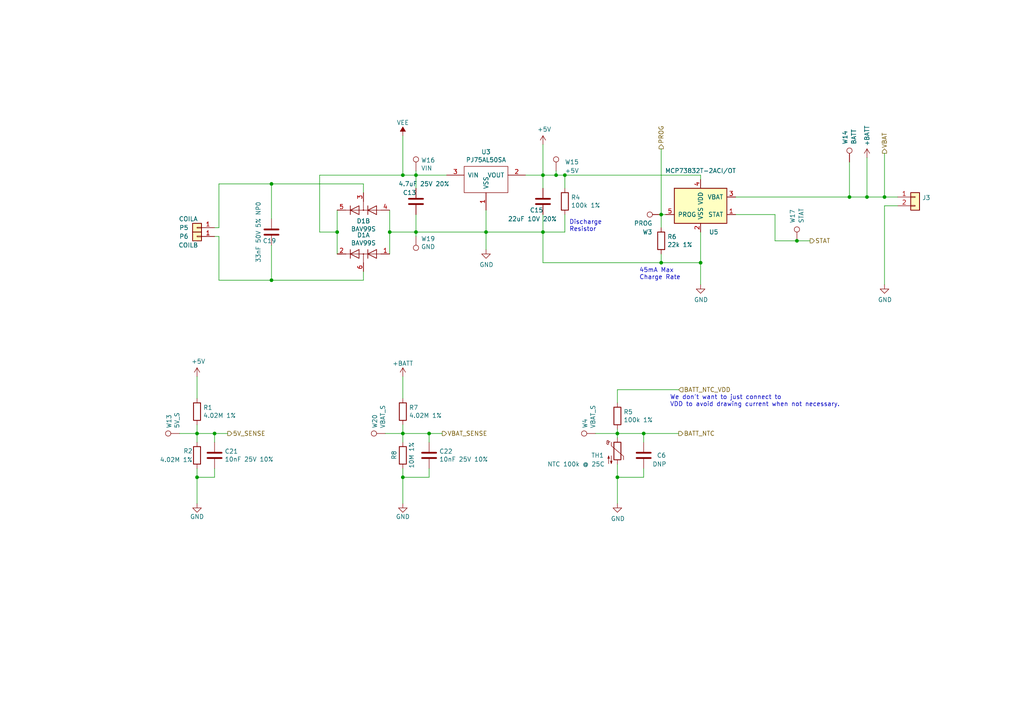
<source format=kicad_sch>
(kicad_sch (version 20211123) (generator eeschema)
  (paper "A4")
  (lib_symbols
    (symbol "Connector_Generic:Conn_01x01" (pin_names (offset 1.016) hide)
      (property "Reference" "J" (at 0 2.54 0))
      (property "Value" "Conn_01x01" (at 0 -2.54 0))
      (symbol "Conn_01x01_1_1"
        (rectangle (start -1.27 0.127) (end 0 -0.127) (stroke (width 0.1524)))
        (rectangle (start -1.27 1.27) (end 1.27 -1.27) (stroke (width 0.254)) (fill (type background)))
        (pin passive line (at -5.08 0 0) (length 3.81) (name "Pin_1") (number "1"))
      )
    )
    (symbol "Connector_Generic:Conn_01x02" (pin_names (offset 1.016) hide)
      (property "Reference" "J" (at 0 2.54 0))
      (property "Value" "Conn_01x02" (at 0 -5.08 0))
      (symbol "Conn_01x02_1_1"
        (rectangle (start -1.27 -2.413) (end 0 -2.667) (stroke (width 0.1524)))
        (rectangle (start -1.27 0.127) (end 0 -0.127) (stroke (width 0.1524)))
        (rectangle (start -1.27 1.27) (end 1.27 -3.81) (stroke (width 0.254)) (fill (type background)))
        (pin passive line (at -5.08 0 0) (length 3.81) (name "Pin_1") (number "1"))
        (pin passive line (at -5.08 -2.54 0) (length 3.81) (name "Pin_2") (number "2"))
      )
    )
    (symbol "Device:C" (pin_numbers hide) (pin_names (offset 0.254))
      (property "Reference" "C" (at 0.635 2.54 0))
      (property "Value" "C" (at 0.635 -2.54 0))
      (symbol "C_0_1"
        (polyline (pts (xy -2.032 -0.762) (xy 2.032 -0.762)) (stroke (width 0.508)))
        (polyline (pts (xy -2.032 0.762) (xy 2.032 0.762)) (stroke (width 0.508)))
      )
      (symbol "C_1_1"
        (pin passive line (at 0 3.81 270) (length 2.794) (name "~") (number "1"))
        (pin passive line (at 0 -3.81 90) (length 2.794) (name "~") (number "2"))
      )
    )
    (symbol "Device:R" (pin_numbers hide) (pin_names (offset 0))
      (property "Reference" "R" (at 2.032 0 90))
      (property "Value" "R" (at 0 0 90))
      (symbol "R_0_1"
        (rectangle (start -1.016 -2.54) (end 1.016 2.54) (stroke (width 0.254)))
      )
      (symbol "R_1_1"
        (pin passive line (at 0 3.81 270) (length 1.27) (name "~") (number "1"))
        (pin passive line (at 0 -3.81 90) (length 1.27) (name "~") (number "2"))
      )
    )
    (symbol "Device:Thermistor_NTC" (pin_numbers hide) (pin_names (offset 0))
      (property "Reference" "TH" (at -4.445 0 90))
      (property "Value" "Thermistor_NTC" (at 3.175 0 90))
      (symbol "Thermistor_NTC_0_1"
        (arc (start -3.048 2.159) (mid -3.0495 2.3143) (end -3.175 2.413))
        (arc (start -3.048 2.159) (mid -2.9736 1.9794) (end -2.794 1.905))
        (arc (start -3.048 2.794) (mid -2.9736 2.6144) (end -2.794 2.54))
        (arc (start -2.794 1.905) (mid -2.6144 1.9794) (end -2.54 2.159))
        (arc (start -2.794 2.54) (mid -2.4393 2.5587) (end -2.159 2.794))
        (arc (start -2.794 3.048) (mid -2.9736 2.9736) (end -3.048 2.794))
        (arc (start -2.54 2.794) (mid -2.6144 2.9736) (end -2.794 3.048))
        (rectangle (start -1.016 2.54) (end 1.016 -2.54) (stroke (width 0.254)))
        (polyline (pts (xy -2.54 2.159) (xy -2.54 2.794)))
        (polyline (pts (xy -1.778 2.54) (xy -1.778 1.524) (xy 1.778 -1.524) (xy 1.778 -2.54)))
        (polyline (pts (xy -2.54 -3.683) (xy -2.54 -1.397) (xy -2.794 -2.159) (xy -2.286 -2.159) (xy -2.54 -1.397) (xy -2.54 -1.651)) (fill (type outline)))
        (polyline (pts (xy -1.778 -1.397) (xy -1.778 -3.683) (xy -2.032 -2.921) (xy -1.524 -2.921) (xy -1.778 -3.683) (xy -1.778 -3.429)) (fill (type outline)))
      )
      (symbol "Thermistor_NTC_1_1"
        (pin passive line (at 0 3.81 270) (length 1.27) (name "~") (number "1"))
        (pin passive line (at 0 -3.81 90) (length 1.27) (name "~") (number "2"))
      )
    )
    (symbol "Pixels-dice:BAV99S-diode" (pin_names (offset 0.0254) hide)
      (property "Reference" "D" (at 0 2.54 0))
      (property "Value" "BAV99S-diode" (at 0 5.08 0))
      (symbol "BAV99S-diode_0_1"
        (polyline (pts (xy -5.08 0) (xy 5.08 0)))
        (polyline (pts (xy 0 0) (xy 0 -2.54)))
        (polyline (pts (xy -1.27 -1.27) (xy -1.27 1.27) (xy -1.27 1.27)) (stroke (width 0.2032)))
        (polyline (pts (xy 3.81 1.27) (xy 3.81 -1.27) (xy 3.81 -1.27)) (stroke (width 0.2032)))
        (polyline (pts (xy -3.81 1.27) (xy -1.27 0) (xy -3.81 -1.27) (xy -3.81 1.27) (xy -3.81 1.27) (xy -3.81 1.27)) (stroke (width 0.2032)))
        (polyline (pts (xy 1.27 1.27) (xy 3.81 0) (xy 1.27 -1.27) (xy 1.27 1.27) (xy 1.27 1.27) (xy 1.27 1.27)) (stroke (width 0.2032)))
        (circle (center 0 0) (radius 0.127))
      )
      (symbol "BAV99S-diode_1_1"
        (polyline (pts (xy 6.35 0) (xy 7.62 0)))
        (pin passive line (at -7.62 0 0) (length 2.54) (name "A1") (number "1"))
        (pin passive line (at 7.62 0 180) (length 2.54) (name "K2") (number "2"))
        (pin passive line (at 0 -5.08 90) (length 2.54) (name "K3A4") (number "6"))
      )
      (symbol "BAV99S-diode_2_1"
        (polyline (pts (xy 6.35 0) (xy 7.62 0)))
        (pin passive line (at 0 -5.08 90) (length 2.54) (name "K1A2") (number "3"))
        (pin passive line (at -7.62 0 0) (length 2.54) (name "A3") (number "4"))
        (pin passive line (at 7.62 0 180) (length 2.54) (name "K4") (number "5"))
      )
    )
    (symbol "Pixels-dice:HX6306P502MR" (pin_names (offset 1.016))
      (property "Reference" "U" (at 3.81 -6.35 0))
      (property "Value" "HX6306P502MR" (at 0 3.81 0))
      (symbol "HX6306P502MR_0_1"
        (rectangle (start -6.35 2.54) (end 6.35 -5.08))
      )
      (symbol "HX6306P502MR_1_1"
        (pin power_in line (at 0 -10.16 90) (length 5.08) (name "VSS") (number "1"))
        (pin power_out line (at 11.43 0 180) (length 5.08) (name "VOUT") (number "2"))
        (pin power_in line (at -11.43 0 0) (length 5.08) (name "VIN") (number "3"))
      )
    )
    (symbol "Pixels-dice:MCP73831-2-OT-battery_management" (pin_names (offset 1.016))
      (property "Reference" "U" (at -7.62 6.35 0))
      (property "Value" "MCP73831-2-OT-battery_management" (at 1.27 6.35 0))
      (symbol "MCP73831-2-OT-battery_management_0_1"
        (rectangle (start -7.62 5.08) (end 7.62 -5.08) (stroke (width 0.254)) (fill (type background)))
      )
      (symbol "MCP73831-2-OT-battery_management_1_1"
        (pin output line (at 10.16 -2.54 180) (length 2.54) (name "STAT") (number "1"))
        (pin power_in line (at 0 -7.62 90) (length 2.54) (name "VSS") (number "2"))
        (pin power_out line (at 10.16 2.54 180) (length 2.54) (name "VBAT") (number "3"))
        (pin power_in line (at 0 7.62 270) (length 2.54) (name "VDD") (number "4"))
        (pin input line (at -10.16 -2.54 0) (length 2.54) (name "PROG") (number "5"))
      )
    )
    (symbol "Pixels-dice:TEST_1P-conn" (pin_numbers hide) (pin_names (offset 0.762) hide)
      (property "Reference" "W" (at 0 6.858 0))
      (property "Value" "TEST_1P-conn" (at 0 5.08 0))
      (symbol "TEST_1P-conn_0_1"
        (circle (center 0 3.302) (radius 0.762))
      )
      (symbol "TEST_1P-conn_1_1"
        (pin passive line (at 0 0 90) (length 2.54) (name "1") (number "1"))
      )
    )
    (symbol "power:+5V" (power) (pin_names (offset 0))
      (property "Value" "+5V" (at 0 3.556 0))
      (symbol "+5V_0_1"
        (polyline (pts (xy -0.762 1.27) (xy 0 2.54)))
        (polyline (pts (xy 0 0) (xy 0 2.54)))
        (polyline (pts (xy 0 2.54) (xy 0.762 1.27)))
      )
      (symbol "+5V_1_1"
        (pin power_in line (at 0 0 90) (length 0) hide (name "+5V") (number "1"))
      )
    )
    (symbol "power:+BATT" (power) (pin_names (offset 0))
      (property "Value" "+BATT" (at 0 3.556 0))
      (symbol "+BATT_0_1"
        (polyline (pts (xy -0.762 1.27) (xy 0 2.54)))
        (polyline (pts (xy 0 0) (xy 0 2.54)))
        (polyline (pts (xy 0 2.54) (xy 0.762 1.27)))
      )
      (symbol "+BATT_1_1"
        (pin power_in line (at 0 0 90) (length 0) hide (name "+BATT") (number "1"))
      )
    )
    (symbol "power:GND" (power) (pin_names (offset 0))
      (property "Value" "GND" (at 0 -3.81 0))
      (symbol "GND_0_1"
        (polyline (pts (xy 0 0) (xy 0 -1.27) (xy 1.27 -1.27) (xy 0 -2.54) (xy -1.27 -1.27) (xy 0 -1.27)))
      )
      (symbol "GND_1_1"
        (pin power_in line (at 0 0 270) (length 0) hide (name "GND") (number "1"))
      )
    )
    (symbol "power:VEE" (power) (pin_names (offset 0))
      (property "Value" "VEE" (at 0 3.81 0))
      (symbol "VEE_0_1"
        (polyline (pts (xy 0 0) (xy 0 2.54)))
        (polyline (pts (xy 0.762 1.27) (xy -0.762 1.27) (xy 0 2.54) (xy 0.762 1.27)) (fill (type outline)))
      )
      (symbol "VEE_1_1"
        (pin power_in line (at 0 0 90) (length 0) hide (name "VEE") (number "1"))
      )
    )
  )
  (junction (at 97.79 67.31))
  (junction (at 256.54 57.15))
  (junction (at 57.15 125.73))
  (junction (at 191.77 76.2))
  (junction (at 57.15 138.43))
  (junction (at 203.2 76.2))
  (junction (at 191.77 62.23))
  (junction (at 157.48 67.31))
  (junction (at 251.46 57.15))
  (junction (at 140.97 67.31))
  (junction (at 120.65 67.31))
  (junction (at 78.74 53.34))
  (junction (at 120.65 50.8))
  (junction (at 179.07 125.73))
  (junction (at 186.69 125.73))
  (junction (at 116.84 138.43))
  (junction (at 62.23 125.73))
  (junction (at 246.38 57.15))
  (junction (at 157.48 50.8))
  (junction (at 78.74 81.28))
  (junction (at 161.29 50.8))
  (junction (at 116.84 125.73))
  (junction (at 113.03 67.31))
  (junction (at 163.83 50.8))
  (junction (at 231.14 69.85))
  (junction (at 116.84 50.8))
  (junction (at 179.07 138.43))
  (junction (at 124.46 125.73))
  (wire (pts (xy 157.48 76.2) (xy 191.77 76.2)))
  (wire (pts (xy 78.74 81.28) (xy 63.5 81.28)))
  (wire (pts (xy 246.38 57.15) (xy 251.46 57.15)))
  (wire (pts (xy 124.46 138.43) (xy 116.84 138.43)))
  (wire (pts (xy 57.15 135.89) (xy 57.15 138.43)))
  (wire (pts (xy 157.48 67.31) (xy 157.48 76.2)))
  (wire (pts (xy 161.29 49.53) (xy 161.29 50.8)))
  (wire (pts (xy 213.36 57.15) (xy 246.38 57.15)))
  (wire (pts (xy 52.07 125.73) (xy 57.15 125.73)))
  (wire (pts (xy 224.79 69.85) (xy 231.14 69.85)))
  (wire (pts (xy 57.15 115.57) (xy 57.15 109.22)))
  (wire (pts (xy 78.74 53.34) (xy 63.5 53.34)))
  (wire (pts (xy 256.54 44.45) (xy 256.54 57.15)))
  (wire (pts (xy 157.48 41.91) (xy 157.48 50.8)))
  (wire (pts (xy 256.54 57.15) (xy 251.46 57.15)))
  (wire (pts (xy 63.5 81.28) (xy 63.5 68.58)))
  (wire (pts (xy 97.79 60.96) (xy 97.79 67.31)))
  (wire (pts (xy 124.46 125.73) (xy 128.27 125.73)))
  (wire (pts (xy 157.48 67.31) (xy 157.48 62.23)))
  (wire (pts (xy 163.83 67.31) (xy 157.48 67.31)))
  (wire (pts (xy 213.36 62.23) (xy 224.79 62.23)))
  (wire (pts (xy 246.38 46.99) (xy 246.38 57.15)))
  (wire (pts (xy 191.77 73.66) (xy 191.77 76.2)))
  (wire (pts (xy 57.15 123.19) (xy 57.15 125.73)))
  (wire (pts (xy 63.5 66.04) (xy 62.23 66.04)))
  (wire (pts (xy 186.69 125.73) (xy 186.69 128.27)))
  (wire (pts (xy 163.83 62.23) (xy 163.83 67.31)))
  (wire (pts (xy 57.15 138.43) (xy 57.15 146.05)))
  (wire (pts (xy 57.15 128.27) (xy 57.15 125.73)))
  (wire (pts (xy 186.69 125.73) (xy 196.85 125.73)))
  (wire (pts (xy 63.5 53.34) (xy 63.5 66.04)))
  (wire (pts (xy 97.79 67.31) (xy 97.79 73.66)))
  (wire (pts (xy 161.29 50.8) (xy 163.83 50.8)))
  (wire (pts (xy 113.03 60.96) (xy 113.03 67.31)))
  (wire (pts (xy 140.97 67.31) (xy 157.48 67.31)))
  (wire (pts (xy 113.03 67.31) (xy 113.03 73.66)))
  (wire (pts (xy 120.65 49.53) (xy 120.65 50.8)))
  (wire (pts (xy 124.46 135.89) (xy 124.46 138.43)))
  (wire (pts (xy 62.23 135.89) (xy 62.23 138.43)))
  (wire (pts (xy 57.15 125.73) (xy 62.23 125.73)))
  (wire (pts (xy 256.54 59.69) (xy 256.54 82.55)))
  (wire (pts (xy 163.83 50.8) (xy 203.2 50.8)))
  (wire (pts (xy 191.77 43.18) (xy 191.77 62.23)))
  (wire (pts (xy 179.07 125.73) (xy 179.07 127)))
  (wire (pts (xy 105.41 78.74) (xy 105.41 81.28)))
  (wire (pts (xy 186.69 138.43) (xy 179.07 138.43)))
  (wire (pts (xy 120.65 50.8) (xy 129.54 50.8)))
  (wire (pts (xy 120.65 50.8) (xy 120.65 54.61)))
  (wire (pts (xy 179.07 124.46) (xy 179.07 125.73)))
  (wire (pts (xy 111.76 125.73) (xy 116.84 125.73)))
  (wire (pts (xy 140.97 67.31) (xy 140.97 72.39)))
  (wire (pts (xy 179.07 125.73) (xy 186.69 125.73)))
  (wire (pts (xy 179.07 113.03) (xy 196.85 113.03)))
  (wire (pts (xy 116.84 125.73) (xy 116.84 128.27)))
  (wire (pts (xy 116.84 109.22) (xy 116.84 115.57)))
  (wire (pts (xy 116.84 135.89) (xy 116.84 138.43)))
  (wire (pts (xy 251.46 45.72) (xy 251.46 57.15)))
  (wire (pts (xy 62.23 125.73) (xy 66.04 125.73)))
  (wire (pts (xy 78.74 71.12) (xy 78.74 81.28)))
  (wire (pts (xy 120.65 67.31) (xy 113.03 67.31)))
  (wire (pts (xy 203.2 52.07) (xy 203.2 50.8)))
  (wire (pts (xy 224.79 62.23) (xy 224.79 69.85)))
  (wire (pts (xy 62.23 128.27) (xy 62.23 125.73)))
  (wire (pts (xy 203.2 67.31) (xy 203.2 76.2)))
  (wire (pts (xy 152.4 50.8) (xy 157.48 50.8)))
  (wire (pts (xy 231.14 69.85) (xy 234.95 69.85)))
  (wire (pts (xy 157.48 50.8) (xy 157.48 54.61)))
  (wire (pts (xy 186.69 135.89) (xy 186.69 138.43)))
  (wire (pts (xy 92.71 50.8) (xy 116.84 50.8)))
  (wire (pts (xy 140.97 60.96) (xy 140.97 67.31)))
  (wire (pts (xy 63.5 68.58) (xy 62.23 68.58)))
  (wire (pts (xy 78.74 53.34) (xy 105.41 53.34)))
  (wire (pts (xy 97.79 67.31) (xy 92.71 67.31)))
  (wire (pts (xy 124.46 125.73) (xy 124.46 128.27)))
  (wire (pts (xy 62.23 138.43) (xy 57.15 138.43)))
  (wire (pts (xy 179.07 138.43) (xy 179.07 146.05)))
  (wire (pts (xy 260.35 59.69) (xy 256.54 59.69)))
  (wire (pts (xy 193.04 62.23) (xy 191.77 62.23)))
  (wire (pts (xy 120.65 68.58) (xy 120.65 67.31)))
  (wire (pts (xy 116.84 123.19) (xy 116.84 125.73)))
  (wire (pts (xy 191.77 76.2) (xy 203.2 76.2)))
  (wire (pts (xy 116.84 125.73) (xy 124.46 125.73)))
  (wire (pts (xy 179.07 116.84) (xy 179.07 113.03)))
  (wire (pts (xy 157.48 50.8) (xy 161.29 50.8)))
  (wire (pts (xy 92.71 67.31) (xy 92.71 50.8)))
  (wire (pts (xy 260.35 57.15) (xy 256.54 57.15)))
  (wire (pts (xy 116.84 138.43) (xy 116.84 146.05)))
  (wire (pts (xy 116.84 39.37) (xy 116.84 50.8)))
  (wire (pts (xy 120.65 62.23) (xy 120.65 67.31)))
  (wire (pts (xy 120.65 67.31) (xy 140.97 67.31)))
  (wire (pts (xy 105.41 55.88) (xy 105.41 53.34)))
  (wire (pts (xy 191.77 62.23) (xy 191.77 66.04)))
  (wire (pts (xy 172.72 125.73) (xy 179.07 125.73)))
  (wire (pts (xy 179.07 134.62) (xy 179.07 138.43)))
  (wire (pts (xy 78.74 63.5) (xy 78.74 53.34)))
  (wire (pts (xy 203.2 76.2) (xy 203.2 82.55)))
  (wire (pts (xy 163.83 50.8) (xy 163.83 54.61)))
  (wire (pts (xy 116.84 50.8) (xy 120.65 50.8)))
  (wire (pts (xy 78.74 81.28) (xy 105.41 81.28)))
  (text "We don't want to just connect to\nVDD to avoid drawing current when not necessary." (at 194.31 118.11 0) (effects (font (size 1.27 1.27)) (justify left bottom)))
  (text "Discharge\nResistor" (at 165.1 67.31 0) (effects (font (size 1.27 1.27)) (justify left bottom)))
  (text "45mA Max\nCharge Rate" (at 185.42 81.28 0) (effects (font (size 1.27 1.27)) (justify left bottom)))
  (hierarchical_label "BATT_NTC" (shape output) (at 196.85 125.73 0))
  (hierarchical_label "PROG" (shape output) (at 191.77 43.18 90))
  (hierarchical_label "BATT_NTC_VDD" (shape input) (at 196.85 113.03 0))
  (hierarchical_label "VBAT" (shape output) (at 256.54 44.45 90))
  (hierarchical_label "5V_SENSE" (shape output) (at 66.04 125.73 0))
  (hierarchical_label "STAT" (shape output) (at 234.95 69.85 0))
  (hierarchical_label "VBAT_SENSE" (shape output) (at 128.27 125.73 0))
  (symbol (lib_id "power:GND") (at 256.54 82.55 0) (unit 1)
    (property "Reference" "#PWR052" (effects hide))
    (property "Value" "GND" (at 256.667 86.9442 0))
  )
  (symbol (lib_id "Device:C") (at 120.65 58.42 0) (unit 1)
    (property "Reference" "C13" (at 116.84 55.88 0) (effects (justify left)))
    (property "Value" "4.7uF 25V 20%" (at 115.57 53.34 0) (effects (justify left)))
    (property "Footprint" "Capacitor_SMD:C_0603_1608Metric" (effects hide))
    (property "Generic OK" "YES" (effects hide))
    (property "Pixels Part Number" "SMD-C010" (effects hide))
    (property "Manufacturer" "Murata" (effects hide))
    (property "Manufacturer Part Number" "GRM188R61E475KE11D" (effects hide))
  )
  (symbol (lib_id "Device:C") (at 186.69 132.08 0) (unit 1) (in_bom no)
    (property "Reference" "C6" (at 190.5 132.08 0) (effects (justify left)))
    (property "Value" "DNP" (at 189.23 134.62 0) (effects (justify left)))
    (property "Footprint" "Pixels-dice:C_0402_1005Metric" (effects hide))
    (property "Generic OK" "YES" (effects hide))
    (property "Pixels Part Number" "SMD-C005" (effects hide))
  )
  (symbol (lib_id "Pixels-dice:TEST_1P-conn") (at 120.65 49.53 0) (unit 1)
    (property "Reference" "W16" (at 122.1232 46.482 0) (effects (justify left)))
    (property "Value" "VIN" (at 122.1232 48.7934 0) (effects (justify left)))
    (property "Footprint" "Pixels-dice:TEST_PIN" (effects hide))
    (property "Generic OK" "N/A" (effects hide))
  )
  (symbol (lib_id "power:VEE") (at 116.84 39.37 0) (unit 1)
    (property "Reference" "#PWR032" (effects hide))
    (property "Value" "VEE" (at 116.84 35.56 0))
  )
  (symbol (lib_id "power:+5V") (at 57.15 109.22 0) (unit 1)
    (property "Reference" "#PWR057" (effects hide))
    (property "Value" "+5V" (at 57.531 104.8258 0))
  )
  (symbol (lib_id "Pixels-dice:TEST_1P-conn") (at 52.07 125.73 90) (unit 1)
    (property "Reference" "W13" (at 49.022 124.2568 0) (effects (justify left)))
    (property "Value" "5V_S" (at 51.3334 124.2568 0) (effects (justify left)))
    (property "Footprint" "Pixels-dice:TEST_PIN" (effects hide))
    (property "Generic OK" "N/A" (effects hide))
  )
  (symbol (lib_id "Device:C") (at 78.74 67.31 0) (unit 1)
    (property "Reference" "C19" (at 76.2 69.85 0) (effects (justify left)))
    (property "Value" "33nF 50V 5% NP0" (at 74.93 76.2 90) (effects (justify left)))
    (property "Footprint" "Capacitor_SMD:C_1206_3216Metric" (effects hide))
    (property "Generic OK" "NO" (effects hide))
    (property "Pixels Part Number" "SMD-C011" (effects hide))
    (property "Manufacturer" "Murata" (effects hide))
    (property "Manufacturer Part Number" "GRM3195C1H333JA01J" (effects hide))
  )
  (symbol (lib_id "Device:R") (at 191.77 69.85 0) (unit 1)
    (property "Reference" "R6" (at 193.548 68.6816 0) (effects (justify left)))
    (property "Value" "22k 1%" (at 193.548 70.993 0) (effects (justify left)))
    (property "Footprint" "Resistor_SMD:R_0402_1005Metric" (effects hide))
    (property "Generic OK" "YES" (effects hide))
    (property "Pixels Part Number" "SMD-R002" (effects hide))
    (property "Manufacturer" "UNI-ROYAL(Uniroyal Elec)" (effects hide))
    (property "Manufacturer Part Number" "0402WGF2202TCE" (effects hide))
  )
  (symbol (lib_id "Device:R") (at 116.84 119.38 0) (unit 1)
    (property "Reference" "R7" (at 118.618 118.2116 0) (effects (justify left)))
    (property "Value" "4.02M 1%" (at 118.618 120.523 0) (effects (justify left)))
    (property "Footprint" "Resistor_SMD:R_0402_1005Metric" (effects hide))
    (property "Generic OK" "YES" (effects hide))
    (property "Pixels Part Number" "SMD-R003" (effects hide))
    (property "Manufacturer" "UNI-ROYAL(Uniroyal Elec)" (effects hide))
    (property "Manufacturer Part Number" "0402WGF4024TCE" (effects hide))
  )
  (symbol (lib_id "power:+BATT") (at 116.84 109.22 0) (unit 1)
    (property "Reference" "#PWR058" (effects hide))
    (property "Value" "+BATT" (at 116.84 105.41 0))
  )
  (symbol (lib_id "Device:R") (at 116.84 132.08 0) (unit 1)
    (property "Reference" "R8" (at 114.3 133.35 90) (effects (justify left)))
    (property "Value" "10M 1%" (at 119.38 135.89 90) (effects (justify left)))
    (property "Footprint" "Resistor_SMD:R_0402_1005Metric" (effects hide))
    (property "Generic OK" "YES" (effects hide))
    (property "Pixels Part Number" "SMD-R004" (effects hide))
    (property "Manufacturer" "UNI-ROYAL(Uniroyal Elec)" (effects hide))
    (property "Manufacturer Part Number" "0402WGF1005TCE" (effects hide))
  )
  (symbol (lib_id "Pixels-dice:MCP73831-2-OT-battery_management") (at 203.2 59.69 0) (unit 1)
    (property "Reference" "U5" (at 207.01 67.31 0))
    (property "Value" "MCP73832T-2ACI/OT" (at 203.2 49.53 0))
    (property "Footprint" "Package_TO_SOT_SMD:SOT-23-5" (effects hide))
    (property "Datasheet" "http://ww1.microchip.com/downloads/en/DeviceDoc/20001984g.pdf" (effects hide))
    (property "Generic OK" "NO" (effects hide))
    (property "Manufacturer" "Microchip" (effects hide))
    (property "Manufacturer Part Number" "MCP73832T-2ACI/OT" (effects hide))
    (property "Pixels Part Number" "SMD-U005" (effects hide))
  )
  (symbol (lib_id "Device:R") (at 57.15 119.38 0) (unit 1)
    (property "Reference" "R1" (at 58.928 118.2116 0) (effects (justify left)))
    (property "Value" "4.02M 1%" (at 58.928 120.523 0) (effects (justify left)))
    (property "Footprint" "Resistor_SMD:R_0402_1005Metric" (effects hide))
    (property "Generic OK" "YES" (effects hide))
    (property "Pixels Part Number" "SMD-R003" (effects hide))
    (property "Manufacturer" "UNI-ROYAL(Uniroyal Elec)" (effects hide))
    (property "Manufacturer Part Number" "0402WGF4024TCE" (effects hide))
  )
  (symbol (lib_id "Device:Thermistor_NTC") (at 179.07 130.81 0) (unit 1)
    (property "Reference" "TH1" (at 171.45 132.08 0) (effects (justify left)))
    (property "Value" "NTC 100k @ 25C" (at 158.75 134.62 0) (effects (justify left)))
    (property "Footprint" "Pixels-dice:R_0402_1005Metric" (effects hide))
    (property "Generic OK" "NO" (effects hide))
    (property "Manufacturer" "TDK" (effects hide))
    (property "Manufacturer Part Number" "NTCG104EF104FT1X" (effects hide))
  )
  (symbol (lib_id "Device:R") (at 57.15 132.08 180) (unit 1)
    (property "Reference" "R2" (at 55.88 130.81 0) (effects (justify left)))
    (property "Value" "4.02M 1%" (at 55.88 133.35 0) (effects (justify left)))
    (property "Footprint" "Resistor_SMD:R_0402_1005Metric" (effects hide))
    (property "Generic OK" "YES" (effects hide))
    (property "Pixels Part Number" "SMD-R003" (effects hide))
    (property "Manufacturer" "UNI-ROYAL(Uniroyal Elec)" (effects hide))
    (property "Manufacturer Part Number" "0402WGF4024TCE" (effects hide))
  )
  (symbol (lib_id "power:GND") (at 116.84 146.05 0) (unit 1)
    (property "Reference" "#PWR060" (effects hide))
    (property "Value" "GND" (at 116.84 149.86 0))
  )
  (symbol (lib_id "power:+5V") (at 157.48 41.91 0) (unit 1)
    (property "Reference" "#PWR040" (effects hide))
    (property "Value" "+5V" (at 157.861 37.5158 0))
  )
  (symbol (lib_id "Device:C") (at 124.46 132.08 0) (unit 1)
    (property "Reference" "C22" (at 127.381 130.9116 0) (effects (justify left)))
    (property "Value" "10nF 25V 10%" (at 127.381 133.223 0) (effects (justify left)))
    (property "Footprint" "Pixels-dice:C_0402_1005Metric" (effects hide))
    (property "Generic OK" "YES" (effects hide))
    (property "Pixels Part Number" "SMD-C009" (effects hide))
    (property "Manufacturer" "Murata" (effects hide))
    (property "Manufacturer Part Number" "GRM155R71H103KA88" (effects hide))
  )
  (symbol (lib_id "Pixels-dice:TEST_1P-conn") (at 231.14 69.85 0) (unit 1)
    (property "Reference" "W17" (at 229.87 64.77 90) (effects (justify left)))
    (property "Value" "STAT" (at 232.41 64.77 90) (effects (justify left)))
    (property "Footprint" "Pixels-dice:TEST_PIN" (effects hide))
    (property "Generic OK" "N/A" (effects hide))
  )
  (symbol (lib_id "Pixels-dice:TEST_1P-conn") (at 172.72 125.73 90) (unit 1)
    (property "Reference" "W4" (at 169.672 124.2568 0) (effects (justify left)))
    (property "Value" "VBAT_S" (at 171.9834 124.2568 0) (effects (justify left)))
    (property "Footprint" "Pixels-dice:TEST_PIN" (effects hide))
    (property "Generic OK" "N/A" (effects hide))
  )
  (symbol (lib_id "Device:R") (at 163.83 58.42 0) (unit 1)
    (property "Reference" "R4" (at 165.608 57.2516 0) (effects (justify left)))
    (property "Value" "100k 1%" (at 165.608 59.563 0) (effects (justify left)))
    (property "Footprint" "Pixels-dice:R_0402_1005Metric" (effects hide))
    (property "Generic OK" "YES" (effects hide))
    (property "Pixels Part Number" "SMD-R006" (effects hide))
    (property "Manufacturer" "UNI-ROYAL(Uniroyal Elec)" (effects hide))
    (property "Manufacturer Part Number" "0402WGF1003TCE" (effects hide))
  )
  (symbol (lib_id "power:GND") (at 203.2 82.55 0) (unit 1)
    (property "Reference" "#PWR051" (effects hide))
    (property "Value" "GND" (at 203.327 86.9442 0))
  )
  (symbol (lib_id "Device:R") (at 179.07 120.65 0) (unit 1)
    (property "Reference" "R5" (at 180.848 119.4816 0) (effects (justify left)))
    (property "Value" "100k 1%" (at 180.848 121.793 0) (effects (justify left)))
    (property "Footprint" "Pixels-dice:R_0402_1005Metric" (effects hide))
    (property "Generic OK" "YES" (effects hide))
    (property "Pixels Part Number" "SMD-R006" (effects hide))
    (property "Manufacturer" "UNI-ROYAL(Uniroyal Elec)" (effects hide))
    (property "Manufacturer Part Number" "0402WGF1003TCE" (effects hide))
  )
  (symbol (lib_id "power:GND") (at 140.97 72.39 0) (unit 1)
    (property "Reference" "#PWR050" (effects hide))
    (property "Value" "GND" (at 141.097 76.7842 0))
  )
  (symbol (lib_id "power:+BATT") (at 251.46 45.72 0) (unit 1)
    (property "Reference" "#PWR041" (effects hide))
    (property "Value" "+BATT" (at 251.46 39.37 90))
  )
  (symbol (lib_id "Connector_Generic:Conn_01x02") (at 265.43 57.15 0) (unit 1)
    (property "Reference" "J3" (at 267.462 57.3532 0) (effects (justify left)))
    (property "Value" "Conn_01x02" (effects hide))
    (property "Footprint" "Pixels-dice:Hongjie 10100 Connector" (effects hide))
    (property "Generic OK" "N/A" (effects hide))
  )
  (symbol (lib_id "Device:C") (at 157.48 58.42 0) (unit 1)
    (property "Reference" "C15" (at 153.67 60.96 0) (effects (justify left)))
    (property "Value" "22uF 10V 20%" (at 147.32 63.5 0) (effects (justify left)))
    (property "Footprint" "Capacitor_SMD:C_0603_1608Metric" (effects hide))
    (property "Generic OK" "YES" (effects hide))
    (property "Pixels Part Number" "SMD-C002" (effects hide))
    (property "Manufacturer" "Murata" (effects hide))
    (property "Manufacturer Part Number" "GRM188R61A226ME15D" (effects hide))
  )
  (symbol (lib_id "Pixels-dice:TEST_1P-conn") (at 120.65 68.58 180) (unit 1)
    (property "Reference" "W19" (at 122.1232 69.2658 0) (effects (justify right)))
    (property "Value" "GND" (at 122.1232 71.5772 0) (effects (justify right)))
    (property "Footprint" "Pixels-dice:TEST_PIN" (effects hide))
    (property "Generic OK" "N/A" (effects hide))
  )
  (symbol (lib_id "Pixels-dice:TEST_1P-conn") (at 246.38 46.99 0) (unit 1)
    (property "Reference" "W14" (at 245.11 41.91 90) (effects (justify left)))
    (property "Value" "BATT" (at 247.65 41.91 90) (effects (justify left)))
    (property "Footprint" "Pixels-dice:TEST_PIN" (effects hide))
    (property "Generic OK" "N/A" (effects hide))
  )
  (symbol (lib_id "Connector_Generic:Conn_01x01") (at 57.15 68.58 180) (unit 1)
    (property "Reference" "P6" (at 53.34 68.58 0))
    (property "Value" "COILB" (at 54.61 71.12 0))
    (property "Footprint" "TestPoint:TestPoint_Pad_D1.5mm" (effects hide))
    (property "Generic OK" "N/A" (effects hide))
  )
  (symbol (lib_id "Connector_Generic:Conn_01x01") (at 57.15 66.04 180) (unit 1)
    (property "Reference" "P5" (at 53.34 66.04 0))
    (property "Value" "COILA" (at 54.61 63.5 0))
    (property "Footprint" "TestPoint:TestPoint_Pad_D1.5mm" (effects hide))
    (property "Generic OK" "N/A" (effects hide))
  )
  (symbol (lib_id "Pixels-dice:TEST_1P-conn") (at 111.76 125.73 90) (unit 1)
    (property "Reference" "W20" (at 108.712 124.2568 0) (effects (justify left)))
    (property "Value" "VBAT_S" (at 111.0234 124.2568 0) (effects (justify left)))
    (property "Footprint" "Pixels-dice:TEST_PIN" (effects hide))
    (property "Generic OK" "N/A" (effects hide))
  )
  (symbol (lib_id "Pixels-dice:HX6306P502MR") (at 140.97 50.8 0) (unit 1)
    (property "Reference" "U3" (at 140.97 44.069 0))
    (property "Value" "PJ75AL50SA" (at 140.97 46.3804 0))
    (property "Footprint" "Pixels-dice:SOT-23" (effects hide))
    (property "Manufacturer" "PJSEMI" (effects hide))
    (property "Manufacturer Part Number" "PJ75AL50SA" (effects hide))
    (property "Generic OK" "NO" (effects hide))
  )
  (symbol (lib_id "Pixels-dice:TEST_1P-conn") (at 161.29 49.53 0) (unit 1)
    (property "Reference" "W15" (at 163.83 46.99 0) (effects (justify left)))
    (property "Value" "+5V" (at 163.83 49.53 0) (effects (justify left)))
    (property "Footprint" "Pixels-dice:TEST_PIN" (effects hide))
    (property "Generic OK" "N/A" (effects hide))
  )
  (symbol (lib_id "Pixels-dice:TEST_1P-conn") (at 191.77 62.23 90) (unit 1)
    (property "Reference" "W3" (at 189.23 67.31 90) (effects (justify left)))
    (property "Value" "PROG" (at 189.23 64.77 90) (effects (justify left)))
    (property "Footprint" "Pixels-dice:TEST_PIN" (effects hide))
    (property "Generic OK" "N/A" (effects hide))
  )
  (symbol (lib_id "Pixels-dice:BAV99S-diode") (at 105.41 60.96 180) (unit 2)
    (property "Reference" "D1" (at 105.41 64.1096 0))
    (property "Value" "BAV99S" (at 105.41 66.421 0))
    (property "Footprint" "Package_TO_SOT_SMD:SOT-363_SC-70-6" (effects hide))
    (property "Datasheet" "https://assets.nexperia.com/documents/data-sheet/BAV99_SER.pdf" (effects hide))
    (property "Generic OK" "YES" (effects hide))
    (property "Manufacturer" "Nexperia" (effects hide))
    (property "Manufacturer Part Number" "BAV99S,115" (effects hide))
    (property "Pixels Part Number" "SMD-D001" (effects hide))
  )
  (symbol (lib_id "power:GND") (at 57.15 146.05 0) (unit 1)
    (property "Reference" "#PWR059" (effects hide))
    (property "Value" "GND" (at 57.15 149.86 0))
  )
  (symbol (lib_id "Pixels-dice:BAV99S-diode") (at 105.41 73.66 0) (mirror y) (unit 1)
    (property "Reference" "D1" (at 105.41 68.1736 0))
    (property "Value" "BAV99S" (at 105.41 70.485 0))
    (property "Footprint" "Package_TO_SOT_SMD:SOT-363_SC-70-6" (effects hide))
    (property "Datasheet" "https://assets.nexperia.com/documents/data-sheet/BAV99_SER.pdf" (effects hide))
    (property "Generic OK" "YES" (effects hide))
    (property "Manufacturer" "Nexperia" (effects hide))
    (property "Manufacturer Part Number" "BAV99S,115" (effects hide))
    (property "Pixels Part Number" "SMD-D001" (effects hide))
  )
  (symbol (lib_id "power:GND") (at 179.07 146.05 0) (unit 1)
    (property "Reference" "#PWR0133" (effects hide))
    (property "Value" "GND" (at 179.197 150.4442 0))
  )
  (symbol (lib_id "Device:C") (at 62.23 132.08 0) (unit 1)
    (property "Reference" "C21" (at 65.151 130.9116 0) (effects (justify left)))
    (property "Value" "10nF 25V 10%" (at 65.151 133.223 0) (effects (justify left)))
    (property "Footprint" "Pixels-dice:C_0402_1005Metric" (effects hide))
    (property "Generic OK" "YES" (effects hide))
    (property "Pixels Part Number" "SMD-C009" (effects hide))
    (property "Manufacturer" "Murata" (effects hide))
    (property "Manufacturer Part Number" "GRM155R71H103KA88" (effects hide))
  )
)
</source>
